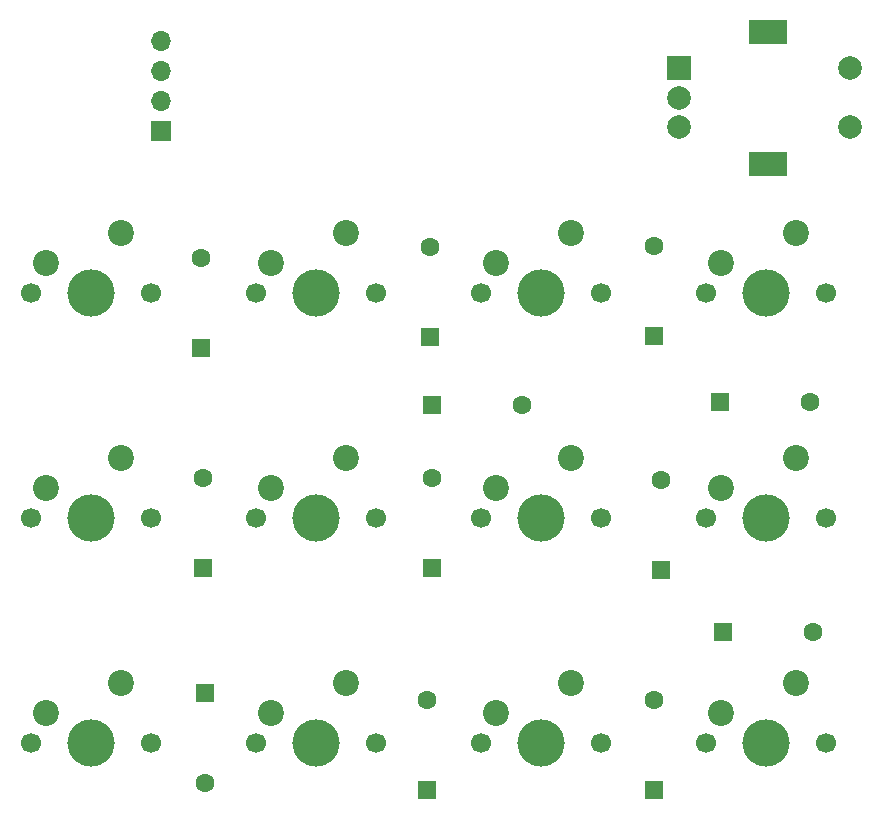
<source format=gbr>
%TF.GenerationSoftware,KiCad,Pcbnew,9.0.7*%
%TF.CreationDate,2026-01-31T21:14:52+02:00*%
%TF.ProjectId,Hackpad,4861636b-7061-4642-9e6b-696361645f70,rev?*%
%TF.SameCoordinates,Original*%
%TF.FileFunction,Soldermask,Top*%
%TF.FilePolarity,Negative*%
%FSLAX46Y46*%
G04 Gerber Fmt 4.6, Leading zero omitted, Abs format (unit mm)*
G04 Created by KiCad (PCBNEW 9.0.7) date 2026-01-31 21:14:52*
%MOMM*%
%LPD*%
G01*
G04 APERTURE LIST*
G04 Aperture macros list*
%AMRoundRect*
0 Rectangle with rounded corners*
0 $1 Rounding radius*
0 $2 $3 $4 $5 $6 $7 $8 $9 X,Y pos of 4 corners*
0 Add a 4 corners polygon primitive as box body*
4,1,4,$2,$3,$4,$5,$6,$7,$8,$9,$2,$3,0*
0 Add four circle primitives for the rounded corners*
1,1,$1+$1,$2,$3*
1,1,$1+$1,$4,$5*
1,1,$1+$1,$6,$7*
1,1,$1+$1,$8,$9*
0 Add four rect primitives between the rounded corners*
20,1,$1+$1,$2,$3,$4,$5,0*
20,1,$1+$1,$4,$5,$6,$7,0*
20,1,$1+$1,$6,$7,$8,$9,0*
20,1,$1+$1,$8,$9,$2,$3,0*%
G04 Aperture macros list end*
%ADD10RoundRect,0.250000X0.550000X-0.550000X0.550000X0.550000X-0.550000X0.550000X-0.550000X-0.550000X0*%
%ADD11C,1.600000*%
%ADD12C,1.700000*%
%ADD13C,4.000000*%
%ADD14C,2.200000*%
%ADD15RoundRect,0.250000X-0.550000X0.550000X-0.550000X-0.550000X0.550000X-0.550000X0.550000X0.550000X0*%
%ADD16RoundRect,0.250000X-0.550000X-0.550000X0.550000X-0.550000X0.550000X0.550000X-0.550000X0.550000X0*%
%ADD17R,1.700000X1.700000*%
%ADD18O,1.700000X1.700000*%
%ADD19R,2.000000X2.000000*%
%ADD20C,2.000000*%
%ADD21R,3.200000X2.000000*%
G04 APERTURE END LIST*
D10*
%TO.C,D11*%
X133400000Y-99220000D03*
D11*
X133400000Y-91600000D03*
%TD*%
D12*
%TO.C,SW9*%
X99695000Y-95250000D03*
D13*
X104775000Y-95250000D03*
D12*
X109855000Y-95250000D03*
D14*
X107315000Y-90170000D03*
X100965000Y-92710000D03*
%TD*%
D10*
%TO.C,D1*%
X114400000Y-60820000D03*
D11*
X114400000Y-53200000D03*
%TD*%
D12*
%TO.C,SW3*%
X137795000Y-57150000D03*
D13*
X142875000Y-57150000D03*
D12*
X147955000Y-57150000D03*
D14*
X145415000Y-52070000D03*
X139065000Y-54610000D03*
%TD*%
D10*
%TO.C,D4*%
X95200000Y-80420000D03*
D11*
X95200000Y-72800000D03*
%TD*%
D10*
%TO.C,D2*%
X133400000Y-60810000D03*
D11*
X133400000Y-53190000D03*
%TD*%
D12*
%TO.C,SW13*%
X80645000Y-57150000D03*
D13*
X85725000Y-57150000D03*
D12*
X90805000Y-57150000D03*
D14*
X88265000Y-52070000D03*
X81915000Y-54610000D03*
%TD*%
D10*
%TO.C,D10*%
X114200000Y-99220000D03*
D11*
X114200000Y-91600000D03*
%TD*%
D10*
%TO.C,D6*%
X114600000Y-80410000D03*
D11*
X114600000Y-72790000D03*
%TD*%
D12*
%TO.C,SW5*%
X99695000Y-76200000D03*
D13*
X104775000Y-76200000D03*
D12*
X109855000Y-76200000D03*
D14*
X107315000Y-71120000D03*
X100965000Y-73660000D03*
%TD*%
D15*
%TO.C,D9*%
X95400000Y-90980000D03*
D11*
X95400000Y-98600000D03*
%TD*%
D12*
%TO.C,SW2*%
X118745000Y-57150000D03*
D13*
X123825000Y-57150000D03*
D12*
X128905000Y-57150000D03*
D14*
X126365000Y-52070000D03*
X120015000Y-54610000D03*
%TD*%
D12*
%TO.C,SW6*%
X118745000Y-76200000D03*
D13*
X123825000Y-76200000D03*
D12*
X128905000Y-76200000D03*
D14*
X126365000Y-71120000D03*
X120015000Y-73660000D03*
%TD*%
D10*
%TO.C,D7*%
X134000000Y-80620000D03*
D11*
X134000000Y-73000000D03*
%TD*%
D12*
%TO.C,SW8*%
X80645000Y-95250000D03*
D13*
X85725000Y-95250000D03*
D12*
X90805000Y-95250000D03*
D14*
X88265000Y-90170000D03*
X81915000Y-92710000D03*
%TD*%
D16*
%TO.C,D12*%
X139200000Y-85800000D03*
D11*
X146820000Y-85800000D03*
%TD*%
D17*
%TO.C,J1*%
X91650000Y-43420000D03*
D18*
X91650000Y-40880000D03*
X91650000Y-38340000D03*
X91650000Y-35800000D03*
%TD*%
D12*
%TO.C,SW11*%
X137795000Y-95250000D03*
D13*
X142875000Y-95250000D03*
D12*
X147955000Y-95250000D03*
D14*
X145415000Y-90170000D03*
X139065000Y-92710000D03*
%TD*%
D16*
%TO.C,D8*%
X114590000Y-66600000D03*
D11*
X122210000Y-66600000D03*
%TD*%
D10*
%TO.C,D5*%
X95000000Y-61810000D03*
D11*
X95000000Y-54190000D03*
%TD*%
D16*
%TO.C,D3*%
X138980000Y-66400000D03*
D11*
X146600000Y-66400000D03*
%TD*%
D12*
%TO.C,SW4*%
X80645000Y-76200000D03*
D13*
X85725000Y-76200000D03*
D12*
X90805000Y-76200000D03*
D14*
X88265000Y-71120000D03*
X81915000Y-73660000D03*
%TD*%
D12*
%TO.C,SW10*%
X118745000Y-95250000D03*
D13*
X123825000Y-95250000D03*
D12*
X128905000Y-95250000D03*
D14*
X126365000Y-90170000D03*
X120015000Y-92710000D03*
%TD*%
D19*
%TO.C,SW17*%
X135518750Y-38100000D03*
D20*
X135518750Y-43100000D03*
X135518750Y-40600000D03*
D21*
X143018750Y-35000000D03*
X143018750Y-46200000D03*
D20*
X150018750Y-43100000D03*
X150018750Y-38100000D03*
%TD*%
D12*
%TO.C,SW7*%
X137795000Y-76200000D03*
D13*
X142875000Y-76200000D03*
D12*
X147955000Y-76200000D03*
D14*
X145415000Y-71120000D03*
X139065000Y-73660000D03*
%TD*%
D12*
%TO.C,SW1*%
X99695000Y-57150000D03*
D13*
X104775000Y-57150000D03*
D12*
X109855000Y-57150000D03*
D14*
X107315000Y-52070000D03*
X100965000Y-54610000D03*
%TD*%
M02*

</source>
